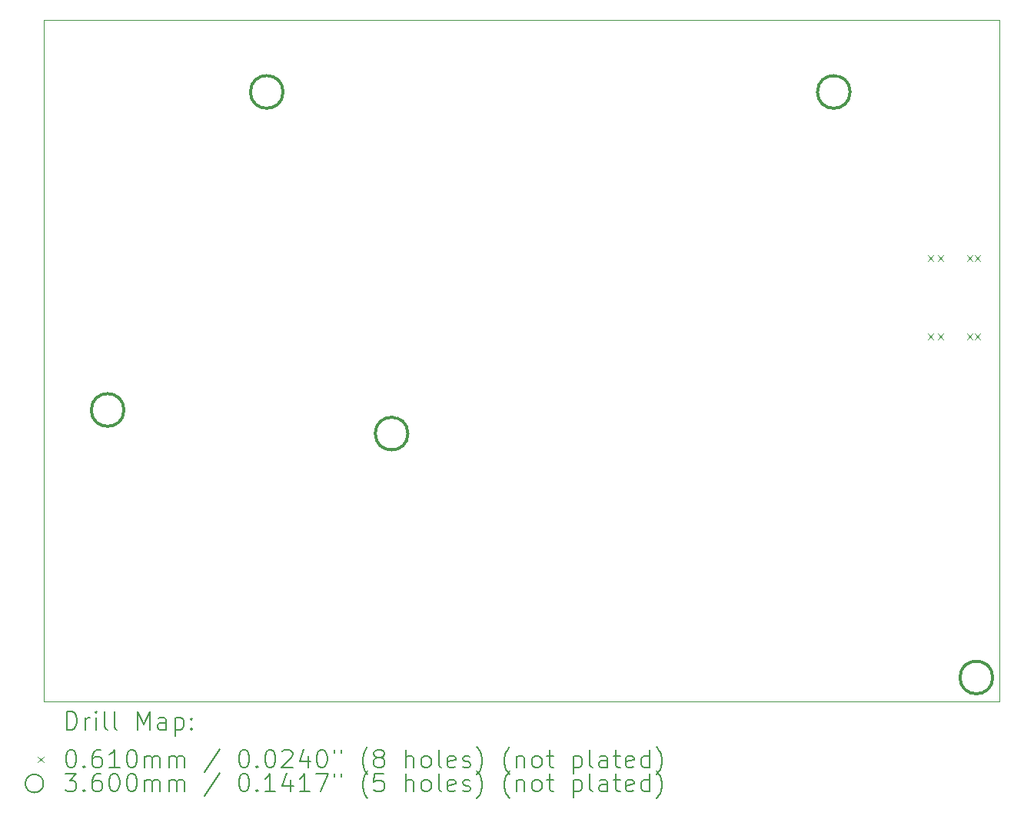
<source format=gbr>
%FSLAX45Y45*%
G04 Gerber Fmt 4.5, Leading zero omitted, Abs format (unit mm)*
G04 Created by KiCad (PCBNEW (6.0.6)) date 2022-09-07 20:29:56*
%MOMM*%
%LPD*%
G01*
G04 APERTURE LIST*
%TA.AperFunction,Profile*%
%ADD10C,0.025400*%
%TD*%
%ADD11C,0.200000*%
%ADD12C,0.060960*%
%ADD13C,0.360000*%
G04 APERTURE END LIST*
D10*
X9765000Y-6300520D02*
X9765000Y-13810000D01*
X20295260Y-6300000D02*
X9765000Y-6300520D01*
X20295260Y-13809480D02*
X20295260Y-6300000D01*
X9765000Y-13810000D02*
X20295260Y-13809480D01*
D11*
D12*
X19504830Y-8895520D02*
X19565790Y-8956480D01*
X19565790Y-8895520D02*
X19504830Y-8956480D01*
X19504830Y-9759520D02*
X19565790Y-9820480D01*
X19565790Y-9759520D02*
X19504830Y-9820480D01*
X19614050Y-8895520D02*
X19675010Y-8956480D01*
X19675010Y-8895520D02*
X19614050Y-8956480D01*
X19614050Y-9759520D02*
X19675010Y-9820480D01*
X19675010Y-9759520D02*
X19614050Y-9820480D01*
X19938070Y-8895520D02*
X19999030Y-8956480D01*
X19999030Y-8895520D02*
X19938070Y-8956480D01*
X19938070Y-9759520D02*
X19999030Y-9820480D01*
X19999030Y-9759520D02*
X19938070Y-9820480D01*
X20016810Y-8895520D02*
X20077770Y-8956480D01*
X20077770Y-8895520D02*
X20016810Y-8956480D01*
X20016810Y-9759520D02*
X20077770Y-9820480D01*
X20077770Y-9759520D02*
X20016810Y-9820480D01*
D13*
X10650260Y-10599480D02*
G75*
G03*
X10650260Y-10599480I-180000J0D01*
G01*
X12402760Y-7094480D02*
G75*
G03*
X12402760Y-7094480I-180000J0D01*
G01*
X13777760Y-10859480D02*
G75*
G03*
X13777760Y-10859480I-180000J0D01*
G01*
X18647760Y-7094480D02*
G75*
G03*
X18647760Y-7094480I-180000J0D01*
G01*
X20217760Y-13546980D02*
G75*
G03*
X20217760Y-13546980I-180000J0D01*
G01*
D11*
X10021349Y-14121746D02*
X10021349Y-13921746D01*
X10068968Y-13921746D01*
X10097540Y-13931270D01*
X10116587Y-13950318D01*
X10126111Y-13969365D01*
X10135635Y-14007460D01*
X10135635Y-14036032D01*
X10126111Y-14074127D01*
X10116587Y-14093175D01*
X10097540Y-14112222D01*
X10068968Y-14121746D01*
X10021349Y-14121746D01*
X10221349Y-14121746D02*
X10221349Y-13988413D01*
X10221349Y-14026508D02*
X10230873Y-14007460D01*
X10240397Y-13997937D01*
X10259444Y-13988413D01*
X10278492Y-13988413D01*
X10345159Y-14121746D02*
X10345159Y-13988413D01*
X10345159Y-13921746D02*
X10335635Y-13931270D01*
X10345159Y-13940794D01*
X10354682Y-13931270D01*
X10345159Y-13921746D01*
X10345159Y-13940794D01*
X10468968Y-14121746D02*
X10449920Y-14112222D01*
X10440397Y-14093175D01*
X10440397Y-13921746D01*
X10573730Y-14121746D02*
X10554682Y-14112222D01*
X10545159Y-14093175D01*
X10545159Y-13921746D01*
X10802301Y-14121746D02*
X10802301Y-13921746D01*
X10868968Y-14064603D01*
X10935635Y-13921746D01*
X10935635Y-14121746D01*
X11116587Y-14121746D02*
X11116587Y-14016984D01*
X11107063Y-13997937D01*
X11088016Y-13988413D01*
X11049920Y-13988413D01*
X11030873Y-13997937D01*
X11116587Y-14112222D02*
X11097540Y-14121746D01*
X11049920Y-14121746D01*
X11030873Y-14112222D01*
X11021349Y-14093175D01*
X11021349Y-14074127D01*
X11030873Y-14055079D01*
X11049920Y-14045556D01*
X11097540Y-14045556D01*
X11116587Y-14036032D01*
X11211825Y-13988413D02*
X11211825Y-14188413D01*
X11211825Y-13997937D02*
X11230873Y-13988413D01*
X11268968Y-13988413D01*
X11288016Y-13997937D01*
X11297539Y-14007460D01*
X11307063Y-14026508D01*
X11307063Y-14083651D01*
X11297539Y-14102698D01*
X11288016Y-14112222D01*
X11268968Y-14121746D01*
X11230873Y-14121746D01*
X11211825Y-14112222D01*
X11392778Y-14102698D02*
X11402301Y-14112222D01*
X11392778Y-14121746D01*
X11383254Y-14112222D01*
X11392778Y-14102698D01*
X11392778Y-14121746D01*
X11392778Y-13997937D02*
X11402301Y-14007460D01*
X11392778Y-14016984D01*
X11383254Y-14007460D01*
X11392778Y-13997937D01*
X11392778Y-14016984D01*
D12*
X9702770Y-14420790D02*
X9763730Y-14481750D01*
X9763730Y-14420790D02*
X9702770Y-14481750D01*
D11*
X10059444Y-14341746D02*
X10078492Y-14341746D01*
X10097540Y-14351270D01*
X10107063Y-14360794D01*
X10116587Y-14379841D01*
X10126111Y-14417937D01*
X10126111Y-14465556D01*
X10116587Y-14503651D01*
X10107063Y-14522698D01*
X10097540Y-14532222D01*
X10078492Y-14541746D01*
X10059444Y-14541746D01*
X10040397Y-14532222D01*
X10030873Y-14522698D01*
X10021349Y-14503651D01*
X10011825Y-14465556D01*
X10011825Y-14417937D01*
X10021349Y-14379841D01*
X10030873Y-14360794D01*
X10040397Y-14351270D01*
X10059444Y-14341746D01*
X10211825Y-14522698D02*
X10221349Y-14532222D01*
X10211825Y-14541746D01*
X10202301Y-14532222D01*
X10211825Y-14522698D01*
X10211825Y-14541746D01*
X10392778Y-14341746D02*
X10354682Y-14341746D01*
X10335635Y-14351270D01*
X10326111Y-14360794D01*
X10307063Y-14389365D01*
X10297540Y-14427460D01*
X10297540Y-14503651D01*
X10307063Y-14522698D01*
X10316587Y-14532222D01*
X10335635Y-14541746D01*
X10373730Y-14541746D01*
X10392778Y-14532222D01*
X10402301Y-14522698D01*
X10411825Y-14503651D01*
X10411825Y-14456032D01*
X10402301Y-14436984D01*
X10392778Y-14427460D01*
X10373730Y-14417937D01*
X10335635Y-14417937D01*
X10316587Y-14427460D01*
X10307063Y-14436984D01*
X10297540Y-14456032D01*
X10602301Y-14541746D02*
X10488016Y-14541746D01*
X10545159Y-14541746D02*
X10545159Y-14341746D01*
X10526111Y-14370318D01*
X10507063Y-14389365D01*
X10488016Y-14398889D01*
X10726111Y-14341746D02*
X10745159Y-14341746D01*
X10764206Y-14351270D01*
X10773730Y-14360794D01*
X10783254Y-14379841D01*
X10792778Y-14417937D01*
X10792778Y-14465556D01*
X10783254Y-14503651D01*
X10773730Y-14522698D01*
X10764206Y-14532222D01*
X10745159Y-14541746D01*
X10726111Y-14541746D01*
X10707063Y-14532222D01*
X10697540Y-14522698D01*
X10688016Y-14503651D01*
X10678492Y-14465556D01*
X10678492Y-14417937D01*
X10688016Y-14379841D01*
X10697540Y-14360794D01*
X10707063Y-14351270D01*
X10726111Y-14341746D01*
X10878492Y-14541746D02*
X10878492Y-14408413D01*
X10878492Y-14427460D02*
X10888016Y-14417937D01*
X10907063Y-14408413D01*
X10935635Y-14408413D01*
X10954682Y-14417937D01*
X10964206Y-14436984D01*
X10964206Y-14541746D01*
X10964206Y-14436984D02*
X10973730Y-14417937D01*
X10992778Y-14408413D01*
X11021349Y-14408413D01*
X11040397Y-14417937D01*
X11049920Y-14436984D01*
X11049920Y-14541746D01*
X11145159Y-14541746D02*
X11145159Y-14408413D01*
X11145159Y-14427460D02*
X11154682Y-14417937D01*
X11173730Y-14408413D01*
X11202301Y-14408413D01*
X11221349Y-14417937D01*
X11230873Y-14436984D01*
X11230873Y-14541746D01*
X11230873Y-14436984D02*
X11240397Y-14417937D01*
X11259444Y-14408413D01*
X11288016Y-14408413D01*
X11307063Y-14417937D01*
X11316587Y-14436984D01*
X11316587Y-14541746D01*
X11707063Y-14332222D02*
X11535635Y-14589365D01*
X11964206Y-14341746D02*
X11983254Y-14341746D01*
X12002301Y-14351270D01*
X12011825Y-14360794D01*
X12021349Y-14379841D01*
X12030873Y-14417937D01*
X12030873Y-14465556D01*
X12021349Y-14503651D01*
X12011825Y-14522698D01*
X12002301Y-14532222D01*
X11983254Y-14541746D01*
X11964206Y-14541746D01*
X11945158Y-14532222D01*
X11935635Y-14522698D01*
X11926111Y-14503651D01*
X11916587Y-14465556D01*
X11916587Y-14417937D01*
X11926111Y-14379841D01*
X11935635Y-14360794D01*
X11945158Y-14351270D01*
X11964206Y-14341746D01*
X12116587Y-14522698D02*
X12126111Y-14532222D01*
X12116587Y-14541746D01*
X12107063Y-14532222D01*
X12116587Y-14522698D01*
X12116587Y-14541746D01*
X12249920Y-14341746D02*
X12268968Y-14341746D01*
X12288016Y-14351270D01*
X12297539Y-14360794D01*
X12307063Y-14379841D01*
X12316587Y-14417937D01*
X12316587Y-14465556D01*
X12307063Y-14503651D01*
X12297539Y-14522698D01*
X12288016Y-14532222D01*
X12268968Y-14541746D01*
X12249920Y-14541746D01*
X12230873Y-14532222D01*
X12221349Y-14522698D01*
X12211825Y-14503651D01*
X12202301Y-14465556D01*
X12202301Y-14417937D01*
X12211825Y-14379841D01*
X12221349Y-14360794D01*
X12230873Y-14351270D01*
X12249920Y-14341746D01*
X12392778Y-14360794D02*
X12402301Y-14351270D01*
X12421349Y-14341746D01*
X12468968Y-14341746D01*
X12488016Y-14351270D01*
X12497539Y-14360794D01*
X12507063Y-14379841D01*
X12507063Y-14398889D01*
X12497539Y-14427460D01*
X12383254Y-14541746D01*
X12507063Y-14541746D01*
X12678492Y-14408413D02*
X12678492Y-14541746D01*
X12630873Y-14332222D02*
X12583254Y-14475079D01*
X12707063Y-14475079D01*
X12821349Y-14341746D02*
X12840397Y-14341746D01*
X12859444Y-14351270D01*
X12868968Y-14360794D01*
X12878492Y-14379841D01*
X12888016Y-14417937D01*
X12888016Y-14465556D01*
X12878492Y-14503651D01*
X12868968Y-14522698D01*
X12859444Y-14532222D01*
X12840397Y-14541746D01*
X12821349Y-14541746D01*
X12802301Y-14532222D01*
X12792778Y-14522698D01*
X12783254Y-14503651D01*
X12773730Y-14465556D01*
X12773730Y-14417937D01*
X12783254Y-14379841D01*
X12792778Y-14360794D01*
X12802301Y-14351270D01*
X12821349Y-14341746D01*
X12964206Y-14341746D02*
X12964206Y-14379841D01*
X13040397Y-14341746D02*
X13040397Y-14379841D01*
X13335635Y-14617937D02*
X13326111Y-14608413D01*
X13307063Y-14579841D01*
X13297539Y-14560794D01*
X13288016Y-14532222D01*
X13278492Y-14484603D01*
X13278492Y-14446508D01*
X13288016Y-14398889D01*
X13297539Y-14370318D01*
X13307063Y-14351270D01*
X13326111Y-14322698D01*
X13335635Y-14313175D01*
X13440397Y-14427460D02*
X13421349Y-14417937D01*
X13411825Y-14408413D01*
X13402301Y-14389365D01*
X13402301Y-14379841D01*
X13411825Y-14360794D01*
X13421349Y-14351270D01*
X13440397Y-14341746D01*
X13478492Y-14341746D01*
X13497539Y-14351270D01*
X13507063Y-14360794D01*
X13516587Y-14379841D01*
X13516587Y-14389365D01*
X13507063Y-14408413D01*
X13497539Y-14417937D01*
X13478492Y-14427460D01*
X13440397Y-14427460D01*
X13421349Y-14436984D01*
X13411825Y-14446508D01*
X13402301Y-14465556D01*
X13402301Y-14503651D01*
X13411825Y-14522698D01*
X13421349Y-14532222D01*
X13440397Y-14541746D01*
X13478492Y-14541746D01*
X13497539Y-14532222D01*
X13507063Y-14522698D01*
X13516587Y-14503651D01*
X13516587Y-14465556D01*
X13507063Y-14446508D01*
X13497539Y-14436984D01*
X13478492Y-14427460D01*
X13754682Y-14541746D02*
X13754682Y-14341746D01*
X13840397Y-14541746D02*
X13840397Y-14436984D01*
X13830873Y-14417937D01*
X13811825Y-14408413D01*
X13783254Y-14408413D01*
X13764206Y-14417937D01*
X13754682Y-14427460D01*
X13964206Y-14541746D02*
X13945158Y-14532222D01*
X13935635Y-14522698D01*
X13926111Y-14503651D01*
X13926111Y-14446508D01*
X13935635Y-14427460D01*
X13945158Y-14417937D01*
X13964206Y-14408413D01*
X13992778Y-14408413D01*
X14011825Y-14417937D01*
X14021349Y-14427460D01*
X14030873Y-14446508D01*
X14030873Y-14503651D01*
X14021349Y-14522698D01*
X14011825Y-14532222D01*
X13992778Y-14541746D01*
X13964206Y-14541746D01*
X14145158Y-14541746D02*
X14126111Y-14532222D01*
X14116587Y-14513175D01*
X14116587Y-14341746D01*
X14297539Y-14532222D02*
X14278492Y-14541746D01*
X14240397Y-14541746D01*
X14221349Y-14532222D01*
X14211825Y-14513175D01*
X14211825Y-14436984D01*
X14221349Y-14417937D01*
X14240397Y-14408413D01*
X14278492Y-14408413D01*
X14297539Y-14417937D01*
X14307063Y-14436984D01*
X14307063Y-14456032D01*
X14211825Y-14475079D01*
X14383254Y-14532222D02*
X14402301Y-14541746D01*
X14440397Y-14541746D01*
X14459444Y-14532222D01*
X14468968Y-14513175D01*
X14468968Y-14503651D01*
X14459444Y-14484603D01*
X14440397Y-14475079D01*
X14411825Y-14475079D01*
X14392778Y-14465556D01*
X14383254Y-14446508D01*
X14383254Y-14436984D01*
X14392778Y-14417937D01*
X14411825Y-14408413D01*
X14440397Y-14408413D01*
X14459444Y-14417937D01*
X14535635Y-14617937D02*
X14545158Y-14608413D01*
X14564206Y-14579841D01*
X14573730Y-14560794D01*
X14583254Y-14532222D01*
X14592778Y-14484603D01*
X14592778Y-14446508D01*
X14583254Y-14398889D01*
X14573730Y-14370318D01*
X14564206Y-14351270D01*
X14545158Y-14322698D01*
X14535635Y-14313175D01*
X14897539Y-14617937D02*
X14888016Y-14608413D01*
X14868968Y-14579841D01*
X14859444Y-14560794D01*
X14849920Y-14532222D01*
X14840397Y-14484603D01*
X14840397Y-14446508D01*
X14849920Y-14398889D01*
X14859444Y-14370318D01*
X14868968Y-14351270D01*
X14888016Y-14322698D01*
X14897539Y-14313175D01*
X14973730Y-14408413D02*
X14973730Y-14541746D01*
X14973730Y-14427460D02*
X14983254Y-14417937D01*
X15002301Y-14408413D01*
X15030873Y-14408413D01*
X15049920Y-14417937D01*
X15059444Y-14436984D01*
X15059444Y-14541746D01*
X15183254Y-14541746D02*
X15164206Y-14532222D01*
X15154682Y-14522698D01*
X15145158Y-14503651D01*
X15145158Y-14446508D01*
X15154682Y-14427460D01*
X15164206Y-14417937D01*
X15183254Y-14408413D01*
X15211825Y-14408413D01*
X15230873Y-14417937D01*
X15240397Y-14427460D01*
X15249920Y-14446508D01*
X15249920Y-14503651D01*
X15240397Y-14522698D01*
X15230873Y-14532222D01*
X15211825Y-14541746D01*
X15183254Y-14541746D01*
X15307063Y-14408413D02*
X15383254Y-14408413D01*
X15335635Y-14341746D02*
X15335635Y-14513175D01*
X15345158Y-14532222D01*
X15364206Y-14541746D01*
X15383254Y-14541746D01*
X15602301Y-14408413D02*
X15602301Y-14608413D01*
X15602301Y-14417937D02*
X15621349Y-14408413D01*
X15659444Y-14408413D01*
X15678492Y-14417937D01*
X15688016Y-14427460D01*
X15697539Y-14446508D01*
X15697539Y-14503651D01*
X15688016Y-14522698D01*
X15678492Y-14532222D01*
X15659444Y-14541746D01*
X15621349Y-14541746D01*
X15602301Y-14532222D01*
X15811825Y-14541746D02*
X15792778Y-14532222D01*
X15783254Y-14513175D01*
X15783254Y-14341746D01*
X15973730Y-14541746D02*
X15973730Y-14436984D01*
X15964206Y-14417937D01*
X15945158Y-14408413D01*
X15907063Y-14408413D01*
X15888016Y-14417937D01*
X15973730Y-14532222D02*
X15954682Y-14541746D01*
X15907063Y-14541746D01*
X15888016Y-14532222D01*
X15878492Y-14513175D01*
X15878492Y-14494127D01*
X15888016Y-14475079D01*
X15907063Y-14465556D01*
X15954682Y-14465556D01*
X15973730Y-14456032D01*
X16040397Y-14408413D02*
X16116587Y-14408413D01*
X16068968Y-14341746D02*
X16068968Y-14513175D01*
X16078492Y-14532222D01*
X16097539Y-14541746D01*
X16116587Y-14541746D01*
X16259444Y-14532222D02*
X16240397Y-14541746D01*
X16202301Y-14541746D01*
X16183254Y-14532222D01*
X16173730Y-14513175D01*
X16173730Y-14436984D01*
X16183254Y-14417937D01*
X16202301Y-14408413D01*
X16240397Y-14408413D01*
X16259444Y-14417937D01*
X16268968Y-14436984D01*
X16268968Y-14456032D01*
X16173730Y-14475079D01*
X16440397Y-14541746D02*
X16440397Y-14341746D01*
X16440397Y-14532222D02*
X16421349Y-14541746D01*
X16383254Y-14541746D01*
X16364206Y-14532222D01*
X16354682Y-14522698D01*
X16345158Y-14503651D01*
X16345158Y-14446508D01*
X16354682Y-14427460D01*
X16364206Y-14417937D01*
X16383254Y-14408413D01*
X16421349Y-14408413D01*
X16440397Y-14417937D01*
X16516587Y-14617937D02*
X16526111Y-14608413D01*
X16545158Y-14579841D01*
X16554682Y-14560794D01*
X16564206Y-14532222D01*
X16573730Y-14484603D01*
X16573730Y-14446508D01*
X16564206Y-14398889D01*
X16554682Y-14370318D01*
X16545158Y-14351270D01*
X16526111Y-14322698D01*
X16516587Y-14313175D01*
X9763730Y-14715270D02*
G75*
G03*
X9763730Y-14715270I-100000J0D01*
G01*
X10002301Y-14605746D02*
X10126111Y-14605746D01*
X10059444Y-14681937D01*
X10088016Y-14681937D01*
X10107063Y-14691460D01*
X10116587Y-14700984D01*
X10126111Y-14720032D01*
X10126111Y-14767651D01*
X10116587Y-14786698D01*
X10107063Y-14796222D01*
X10088016Y-14805746D01*
X10030873Y-14805746D01*
X10011825Y-14796222D01*
X10002301Y-14786698D01*
X10211825Y-14786698D02*
X10221349Y-14796222D01*
X10211825Y-14805746D01*
X10202301Y-14796222D01*
X10211825Y-14786698D01*
X10211825Y-14805746D01*
X10392778Y-14605746D02*
X10354682Y-14605746D01*
X10335635Y-14615270D01*
X10326111Y-14624794D01*
X10307063Y-14653365D01*
X10297540Y-14691460D01*
X10297540Y-14767651D01*
X10307063Y-14786698D01*
X10316587Y-14796222D01*
X10335635Y-14805746D01*
X10373730Y-14805746D01*
X10392778Y-14796222D01*
X10402301Y-14786698D01*
X10411825Y-14767651D01*
X10411825Y-14720032D01*
X10402301Y-14700984D01*
X10392778Y-14691460D01*
X10373730Y-14681937D01*
X10335635Y-14681937D01*
X10316587Y-14691460D01*
X10307063Y-14700984D01*
X10297540Y-14720032D01*
X10535635Y-14605746D02*
X10554682Y-14605746D01*
X10573730Y-14615270D01*
X10583254Y-14624794D01*
X10592778Y-14643841D01*
X10602301Y-14681937D01*
X10602301Y-14729556D01*
X10592778Y-14767651D01*
X10583254Y-14786698D01*
X10573730Y-14796222D01*
X10554682Y-14805746D01*
X10535635Y-14805746D01*
X10516587Y-14796222D01*
X10507063Y-14786698D01*
X10497540Y-14767651D01*
X10488016Y-14729556D01*
X10488016Y-14681937D01*
X10497540Y-14643841D01*
X10507063Y-14624794D01*
X10516587Y-14615270D01*
X10535635Y-14605746D01*
X10726111Y-14605746D02*
X10745159Y-14605746D01*
X10764206Y-14615270D01*
X10773730Y-14624794D01*
X10783254Y-14643841D01*
X10792778Y-14681937D01*
X10792778Y-14729556D01*
X10783254Y-14767651D01*
X10773730Y-14786698D01*
X10764206Y-14796222D01*
X10745159Y-14805746D01*
X10726111Y-14805746D01*
X10707063Y-14796222D01*
X10697540Y-14786698D01*
X10688016Y-14767651D01*
X10678492Y-14729556D01*
X10678492Y-14681937D01*
X10688016Y-14643841D01*
X10697540Y-14624794D01*
X10707063Y-14615270D01*
X10726111Y-14605746D01*
X10878492Y-14805746D02*
X10878492Y-14672413D01*
X10878492Y-14691460D02*
X10888016Y-14681937D01*
X10907063Y-14672413D01*
X10935635Y-14672413D01*
X10954682Y-14681937D01*
X10964206Y-14700984D01*
X10964206Y-14805746D01*
X10964206Y-14700984D02*
X10973730Y-14681937D01*
X10992778Y-14672413D01*
X11021349Y-14672413D01*
X11040397Y-14681937D01*
X11049920Y-14700984D01*
X11049920Y-14805746D01*
X11145159Y-14805746D02*
X11145159Y-14672413D01*
X11145159Y-14691460D02*
X11154682Y-14681937D01*
X11173730Y-14672413D01*
X11202301Y-14672413D01*
X11221349Y-14681937D01*
X11230873Y-14700984D01*
X11230873Y-14805746D01*
X11230873Y-14700984D02*
X11240397Y-14681937D01*
X11259444Y-14672413D01*
X11288016Y-14672413D01*
X11307063Y-14681937D01*
X11316587Y-14700984D01*
X11316587Y-14805746D01*
X11707063Y-14596222D02*
X11535635Y-14853365D01*
X11964206Y-14605746D02*
X11983254Y-14605746D01*
X12002301Y-14615270D01*
X12011825Y-14624794D01*
X12021349Y-14643841D01*
X12030873Y-14681937D01*
X12030873Y-14729556D01*
X12021349Y-14767651D01*
X12011825Y-14786698D01*
X12002301Y-14796222D01*
X11983254Y-14805746D01*
X11964206Y-14805746D01*
X11945158Y-14796222D01*
X11935635Y-14786698D01*
X11926111Y-14767651D01*
X11916587Y-14729556D01*
X11916587Y-14681937D01*
X11926111Y-14643841D01*
X11935635Y-14624794D01*
X11945158Y-14615270D01*
X11964206Y-14605746D01*
X12116587Y-14786698D02*
X12126111Y-14796222D01*
X12116587Y-14805746D01*
X12107063Y-14796222D01*
X12116587Y-14786698D01*
X12116587Y-14805746D01*
X12316587Y-14805746D02*
X12202301Y-14805746D01*
X12259444Y-14805746D02*
X12259444Y-14605746D01*
X12240397Y-14634318D01*
X12221349Y-14653365D01*
X12202301Y-14662889D01*
X12488016Y-14672413D02*
X12488016Y-14805746D01*
X12440397Y-14596222D02*
X12392778Y-14739079D01*
X12516587Y-14739079D01*
X12697539Y-14805746D02*
X12583254Y-14805746D01*
X12640397Y-14805746D02*
X12640397Y-14605746D01*
X12621349Y-14634318D01*
X12602301Y-14653365D01*
X12583254Y-14662889D01*
X12764206Y-14605746D02*
X12897539Y-14605746D01*
X12811825Y-14805746D01*
X12964206Y-14605746D02*
X12964206Y-14643841D01*
X13040397Y-14605746D02*
X13040397Y-14643841D01*
X13335635Y-14881937D02*
X13326111Y-14872413D01*
X13307063Y-14843841D01*
X13297539Y-14824794D01*
X13288016Y-14796222D01*
X13278492Y-14748603D01*
X13278492Y-14710508D01*
X13288016Y-14662889D01*
X13297539Y-14634318D01*
X13307063Y-14615270D01*
X13326111Y-14586698D01*
X13335635Y-14577175D01*
X13507063Y-14605746D02*
X13411825Y-14605746D01*
X13402301Y-14700984D01*
X13411825Y-14691460D01*
X13430873Y-14681937D01*
X13478492Y-14681937D01*
X13497539Y-14691460D01*
X13507063Y-14700984D01*
X13516587Y-14720032D01*
X13516587Y-14767651D01*
X13507063Y-14786698D01*
X13497539Y-14796222D01*
X13478492Y-14805746D01*
X13430873Y-14805746D01*
X13411825Y-14796222D01*
X13402301Y-14786698D01*
X13754682Y-14805746D02*
X13754682Y-14605746D01*
X13840397Y-14805746D02*
X13840397Y-14700984D01*
X13830873Y-14681937D01*
X13811825Y-14672413D01*
X13783254Y-14672413D01*
X13764206Y-14681937D01*
X13754682Y-14691460D01*
X13964206Y-14805746D02*
X13945158Y-14796222D01*
X13935635Y-14786698D01*
X13926111Y-14767651D01*
X13926111Y-14710508D01*
X13935635Y-14691460D01*
X13945158Y-14681937D01*
X13964206Y-14672413D01*
X13992778Y-14672413D01*
X14011825Y-14681937D01*
X14021349Y-14691460D01*
X14030873Y-14710508D01*
X14030873Y-14767651D01*
X14021349Y-14786698D01*
X14011825Y-14796222D01*
X13992778Y-14805746D01*
X13964206Y-14805746D01*
X14145158Y-14805746D02*
X14126111Y-14796222D01*
X14116587Y-14777175D01*
X14116587Y-14605746D01*
X14297539Y-14796222D02*
X14278492Y-14805746D01*
X14240397Y-14805746D01*
X14221349Y-14796222D01*
X14211825Y-14777175D01*
X14211825Y-14700984D01*
X14221349Y-14681937D01*
X14240397Y-14672413D01*
X14278492Y-14672413D01*
X14297539Y-14681937D01*
X14307063Y-14700984D01*
X14307063Y-14720032D01*
X14211825Y-14739079D01*
X14383254Y-14796222D02*
X14402301Y-14805746D01*
X14440397Y-14805746D01*
X14459444Y-14796222D01*
X14468968Y-14777175D01*
X14468968Y-14767651D01*
X14459444Y-14748603D01*
X14440397Y-14739079D01*
X14411825Y-14739079D01*
X14392778Y-14729556D01*
X14383254Y-14710508D01*
X14383254Y-14700984D01*
X14392778Y-14681937D01*
X14411825Y-14672413D01*
X14440397Y-14672413D01*
X14459444Y-14681937D01*
X14535635Y-14881937D02*
X14545158Y-14872413D01*
X14564206Y-14843841D01*
X14573730Y-14824794D01*
X14583254Y-14796222D01*
X14592778Y-14748603D01*
X14592778Y-14710508D01*
X14583254Y-14662889D01*
X14573730Y-14634318D01*
X14564206Y-14615270D01*
X14545158Y-14586698D01*
X14535635Y-14577175D01*
X14897539Y-14881937D02*
X14888016Y-14872413D01*
X14868968Y-14843841D01*
X14859444Y-14824794D01*
X14849920Y-14796222D01*
X14840397Y-14748603D01*
X14840397Y-14710508D01*
X14849920Y-14662889D01*
X14859444Y-14634318D01*
X14868968Y-14615270D01*
X14888016Y-14586698D01*
X14897539Y-14577175D01*
X14973730Y-14672413D02*
X14973730Y-14805746D01*
X14973730Y-14691460D02*
X14983254Y-14681937D01*
X15002301Y-14672413D01*
X15030873Y-14672413D01*
X15049920Y-14681937D01*
X15059444Y-14700984D01*
X15059444Y-14805746D01*
X15183254Y-14805746D02*
X15164206Y-14796222D01*
X15154682Y-14786698D01*
X15145158Y-14767651D01*
X15145158Y-14710508D01*
X15154682Y-14691460D01*
X15164206Y-14681937D01*
X15183254Y-14672413D01*
X15211825Y-14672413D01*
X15230873Y-14681937D01*
X15240397Y-14691460D01*
X15249920Y-14710508D01*
X15249920Y-14767651D01*
X15240397Y-14786698D01*
X15230873Y-14796222D01*
X15211825Y-14805746D01*
X15183254Y-14805746D01*
X15307063Y-14672413D02*
X15383254Y-14672413D01*
X15335635Y-14605746D02*
X15335635Y-14777175D01*
X15345158Y-14796222D01*
X15364206Y-14805746D01*
X15383254Y-14805746D01*
X15602301Y-14672413D02*
X15602301Y-14872413D01*
X15602301Y-14681937D02*
X15621349Y-14672413D01*
X15659444Y-14672413D01*
X15678492Y-14681937D01*
X15688016Y-14691460D01*
X15697539Y-14710508D01*
X15697539Y-14767651D01*
X15688016Y-14786698D01*
X15678492Y-14796222D01*
X15659444Y-14805746D01*
X15621349Y-14805746D01*
X15602301Y-14796222D01*
X15811825Y-14805746D02*
X15792778Y-14796222D01*
X15783254Y-14777175D01*
X15783254Y-14605746D01*
X15973730Y-14805746D02*
X15973730Y-14700984D01*
X15964206Y-14681937D01*
X15945158Y-14672413D01*
X15907063Y-14672413D01*
X15888016Y-14681937D01*
X15973730Y-14796222D02*
X15954682Y-14805746D01*
X15907063Y-14805746D01*
X15888016Y-14796222D01*
X15878492Y-14777175D01*
X15878492Y-14758127D01*
X15888016Y-14739079D01*
X15907063Y-14729556D01*
X15954682Y-14729556D01*
X15973730Y-14720032D01*
X16040397Y-14672413D02*
X16116587Y-14672413D01*
X16068968Y-14605746D02*
X16068968Y-14777175D01*
X16078492Y-14796222D01*
X16097539Y-14805746D01*
X16116587Y-14805746D01*
X16259444Y-14796222D02*
X16240397Y-14805746D01*
X16202301Y-14805746D01*
X16183254Y-14796222D01*
X16173730Y-14777175D01*
X16173730Y-14700984D01*
X16183254Y-14681937D01*
X16202301Y-14672413D01*
X16240397Y-14672413D01*
X16259444Y-14681937D01*
X16268968Y-14700984D01*
X16268968Y-14720032D01*
X16173730Y-14739079D01*
X16440397Y-14805746D02*
X16440397Y-14605746D01*
X16440397Y-14796222D02*
X16421349Y-14805746D01*
X16383254Y-14805746D01*
X16364206Y-14796222D01*
X16354682Y-14786698D01*
X16345158Y-14767651D01*
X16345158Y-14710508D01*
X16354682Y-14691460D01*
X16364206Y-14681937D01*
X16383254Y-14672413D01*
X16421349Y-14672413D01*
X16440397Y-14681937D01*
X16516587Y-14881937D02*
X16526111Y-14872413D01*
X16545158Y-14843841D01*
X16554682Y-14824794D01*
X16564206Y-14796222D01*
X16573730Y-14748603D01*
X16573730Y-14710508D01*
X16564206Y-14662889D01*
X16554682Y-14634318D01*
X16545158Y-14615270D01*
X16526111Y-14586698D01*
X16516587Y-14577175D01*
M02*

</source>
